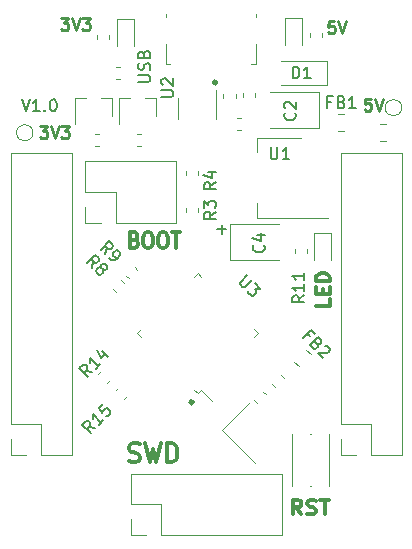
<source format=gbr>
G04 #@! TF.GenerationSoftware,KiCad,Pcbnew,(5.1.5)-3*
G04 #@! TF.CreationDate,2020-08-13T21:18:49+02:00*
G04 #@! TF.ProjectId,STM32 Dev.Board,53544d33-3220-4446-9576-2e426f617264,rev?*
G04 #@! TF.SameCoordinates,Original*
G04 #@! TF.FileFunction,Legend,Top*
G04 #@! TF.FilePolarity,Positive*
%FSLAX46Y46*%
G04 Gerber Fmt 4.6, Leading zero omitted, Abs format (unit mm)*
G04 Created by KiCad (PCBNEW (5.1.5)-3) date 2020-08-13 21:18:49*
%MOMM*%
%LPD*%
G04 APERTURE LIST*
%ADD10C,0.400000*%
%ADD11C,0.200000*%
%ADD12C,0.300000*%
%ADD13C,0.250000*%
%ADD14C,0.120000*%
G04 APERTURE END LIST*
D10*
X148263922Y-95808800D02*
G75*
G03X148263922Y-95808800I-80322J0D01*
G01*
D11*
X141692380Y-95749904D02*
X142501904Y-95749904D01*
X142597142Y-95702285D01*
X142644761Y-95654666D01*
X142692380Y-95559428D01*
X142692380Y-95368952D01*
X142644761Y-95273714D01*
X142597142Y-95226095D01*
X142501904Y-95178476D01*
X141692380Y-95178476D01*
X142644761Y-94749904D02*
X142692380Y-94607047D01*
X142692380Y-94368952D01*
X142644761Y-94273714D01*
X142597142Y-94226095D01*
X142501904Y-94178476D01*
X142406666Y-94178476D01*
X142311428Y-94226095D01*
X142263809Y-94273714D01*
X142216190Y-94368952D01*
X142168571Y-94559428D01*
X142120952Y-94654666D01*
X142073333Y-94702285D01*
X141978095Y-94749904D01*
X141882857Y-94749904D01*
X141787619Y-94702285D01*
X141740000Y-94654666D01*
X141692380Y-94559428D01*
X141692380Y-94321333D01*
X141740000Y-94178476D01*
X142168571Y-93416571D02*
X142216190Y-93273714D01*
X142263809Y-93226095D01*
X142359047Y-93178476D01*
X142501904Y-93178476D01*
X142597142Y-93226095D01*
X142644761Y-93273714D01*
X142692380Y-93368952D01*
X142692380Y-93749904D01*
X141692380Y-93749904D01*
X141692380Y-93416571D01*
X141740000Y-93321333D01*
X141787619Y-93273714D01*
X141882857Y-93226095D01*
X141978095Y-93226095D01*
X142073333Y-93273714D01*
X142120952Y-93321333D01*
X142168571Y-93416571D01*
X142168571Y-93749904D01*
X148386847Y-108224628D02*
X149148752Y-108224628D01*
X148767800Y-108605580D02*
X148767800Y-107843676D01*
D10*
X146282722Y-122885200D02*
G75*
G03X146282722Y-122885200I-80322J0D01*
G01*
D12*
X157921257Y-114131628D02*
X157921257Y-114703057D01*
X156721257Y-114703057D01*
X157292685Y-113731628D02*
X157292685Y-113331628D01*
X157921257Y-113160200D02*
X157921257Y-113731628D01*
X156721257Y-113731628D01*
X156721257Y-113160200D01*
X157921257Y-112645914D02*
X156721257Y-112645914D01*
X156721257Y-112360200D01*
X156778400Y-112188771D01*
X156892685Y-112074485D01*
X157006971Y-112017342D01*
X157235542Y-111960200D01*
X157406971Y-111960200D01*
X157635542Y-112017342D01*
X157749828Y-112074485D01*
X157864114Y-112188771D01*
X157921257Y-112360200D01*
X157921257Y-112645914D01*
D13*
X133381904Y-99528380D02*
X134000952Y-99528380D01*
X133667619Y-99909333D01*
X133810476Y-99909333D01*
X133905714Y-99956952D01*
X133953333Y-100004571D01*
X134000952Y-100099809D01*
X134000952Y-100337904D01*
X133953333Y-100433142D01*
X133905714Y-100480761D01*
X133810476Y-100528380D01*
X133524761Y-100528380D01*
X133429523Y-100480761D01*
X133381904Y-100433142D01*
X134286666Y-99528380D02*
X134620000Y-100528380D01*
X134953333Y-99528380D01*
X135191428Y-99528380D02*
X135810476Y-99528380D01*
X135477142Y-99909333D01*
X135620000Y-99909333D01*
X135715238Y-99956952D01*
X135762857Y-100004571D01*
X135810476Y-100099809D01*
X135810476Y-100337904D01*
X135762857Y-100433142D01*
X135715238Y-100480761D01*
X135620000Y-100528380D01*
X135334285Y-100528380D01*
X135239047Y-100480761D01*
X135191428Y-100433142D01*
X161378923Y-97191580D02*
X160902733Y-97191580D01*
X160855114Y-97667771D01*
X160902733Y-97620152D01*
X160997971Y-97572533D01*
X161236066Y-97572533D01*
X161331304Y-97620152D01*
X161378923Y-97667771D01*
X161426542Y-97763009D01*
X161426542Y-98001104D01*
X161378923Y-98096342D01*
X161331304Y-98143961D01*
X161236066Y-98191580D01*
X160997971Y-98191580D01*
X160902733Y-98143961D01*
X160855114Y-98096342D01*
X161712257Y-97191580D02*
X162045590Y-98191580D01*
X162378923Y-97191580D01*
X158305523Y-90638380D02*
X157829333Y-90638380D01*
X157781714Y-91114571D01*
X157829333Y-91066952D01*
X157924571Y-91019333D01*
X158162666Y-91019333D01*
X158257904Y-91066952D01*
X158305523Y-91114571D01*
X158353142Y-91209809D01*
X158353142Y-91447904D01*
X158305523Y-91543142D01*
X158257904Y-91590761D01*
X158162666Y-91638380D01*
X157924571Y-91638380D01*
X157829333Y-91590761D01*
X157781714Y-91543142D01*
X158638857Y-90638380D02*
X158972190Y-91638380D01*
X159305523Y-90638380D01*
X135159904Y-90384380D02*
X135778952Y-90384380D01*
X135445619Y-90765333D01*
X135588476Y-90765333D01*
X135683714Y-90812952D01*
X135731333Y-90860571D01*
X135778952Y-90955809D01*
X135778952Y-91193904D01*
X135731333Y-91289142D01*
X135683714Y-91336761D01*
X135588476Y-91384380D01*
X135302761Y-91384380D01*
X135207523Y-91336761D01*
X135159904Y-91289142D01*
X136064666Y-90384380D02*
X136398000Y-91384380D01*
X136731333Y-90384380D01*
X136969428Y-90384380D02*
X137588476Y-90384380D01*
X137255142Y-90765333D01*
X137398000Y-90765333D01*
X137493238Y-90812952D01*
X137540857Y-90860571D01*
X137588476Y-90955809D01*
X137588476Y-91193904D01*
X137540857Y-91289142D01*
X137493238Y-91336761D01*
X137398000Y-91384380D01*
X137112285Y-91384380D01*
X137017047Y-91336761D01*
X136969428Y-91289142D01*
D12*
X141373428Y-109127142D02*
X141544857Y-109189047D01*
X141602000Y-109250952D01*
X141659142Y-109374761D01*
X141659142Y-109560476D01*
X141602000Y-109684285D01*
X141544857Y-109746190D01*
X141430571Y-109808095D01*
X140973428Y-109808095D01*
X140973428Y-108508095D01*
X141373428Y-108508095D01*
X141487714Y-108570000D01*
X141544857Y-108631904D01*
X141602000Y-108755714D01*
X141602000Y-108879523D01*
X141544857Y-109003333D01*
X141487714Y-109065238D01*
X141373428Y-109127142D01*
X140973428Y-109127142D01*
X142402000Y-108508095D02*
X142630571Y-108508095D01*
X142744857Y-108570000D01*
X142859142Y-108693809D01*
X142916285Y-108941428D01*
X142916285Y-109374761D01*
X142859142Y-109622380D01*
X142744857Y-109746190D01*
X142630571Y-109808095D01*
X142402000Y-109808095D01*
X142287714Y-109746190D01*
X142173428Y-109622380D01*
X142116285Y-109374761D01*
X142116285Y-108941428D01*
X142173428Y-108693809D01*
X142287714Y-108570000D01*
X142402000Y-108508095D01*
X143659142Y-108508095D02*
X143887714Y-108508095D01*
X144002000Y-108570000D01*
X144116285Y-108693809D01*
X144173428Y-108941428D01*
X144173428Y-109374761D01*
X144116285Y-109622380D01*
X144002000Y-109746190D01*
X143887714Y-109808095D01*
X143659142Y-109808095D01*
X143544857Y-109746190D01*
X143430571Y-109622380D01*
X143373428Y-109374761D01*
X143373428Y-108941428D01*
X143430571Y-108693809D01*
X143544857Y-108570000D01*
X143659142Y-108508095D01*
X144516285Y-108508095D02*
X145202000Y-108508095D01*
X144859142Y-109808095D02*
X144859142Y-108508095D01*
X155498095Y-132368857D02*
X155064761Y-131797428D01*
X154755238Y-132368857D02*
X154755238Y-131168857D01*
X155250476Y-131168857D01*
X155374285Y-131226000D01*
X155436190Y-131283142D01*
X155498095Y-131397428D01*
X155498095Y-131568857D01*
X155436190Y-131683142D01*
X155374285Y-131740285D01*
X155250476Y-131797428D01*
X154755238Y-131797428D01*
X155993333Y-132311714D02*
X156179047Y-132368857D01*
X156488571Y-132368857D01*
X156612380Y-132311714D01*
X156674285Y-132254571D01*
X156736190Y-132140285D01*
X156736190Y-132026000D01*
X156674285Y-131911714D01*
X156612380Y-131854571D01*
X156488571Y-131797428D01*
X156240952Y-131740285D01*
X156117142Y-131683142D01*
X156055238Y-131626000D01*
X155993333Y-131511714D01*
X155993333Y-131397428D01*
X156055238Y-131283142D01*
X156117142Y-131226000D01*
X156240952Y-131168857D01*
X156550476Y-131168857D01*
X156736190Y-131226000D01*
X157107619Y-131168857D02*
X157850476Y-131168857D01*
X157479047Y-132368857D02*
X157479047Y-131168857D01*
X140940885Y-127901619D02*
X141155171Y-127977809D01*
X141512314Y-127977809D01*
X141655171Y-127901619D01*
X141726600Y-127825428D01*
X141798028Y-127673047D01*
X141798028Y-127520666D01*
X141726600Y-127368285D01*
X141655171Y-127292095D01*
X141512314Y-127215904D01*
X141226600Y-127139714D01*
X141083742Y-127063523D01*
X141012314Y-126987333D01*
X140940885Y-126834952D01*
X140940885Y-126682571D01*
X141012314Y-126530190D01*
X141083742Y-126454000D01*
X141226600Y-126377809D01*
X141583742Y-126377809D01*
X141798028Y-126454000D01*
X142298028Y-126377809D02*
X142655171Y-127977809D01*
X142940885Y-126834952D01*
X143226600Y-127977809D01*
X143583742Y-126377809D01*
X144155171Y-127977809D02*
X144155171Y-126377809D01*
X144512314Y-126377809D01*
X144726600Y-126454000D01*
X144869457Y-126606380D01*
X144940885Y-126758761D01*
X145012314Y-127063523D01*
X145012314Y-127292095D01*
X144940885Y-127596857D01*
X144869457Y-127749238D01*
X144726600Y-127901619D01*
X144512314Y-127977809D01*
X144155171Y-127977809D01*
D11*
X131826190Y-97242380D02*
X132159523Y-98242380D01*
X132492857Y-97242380D01*
X133350000Y-98242380D02*
X132778571Y-98242380D01*
X133064285Y-98242380D02*
X133064285Y-97242380D01*
X132969047Y-97385238D01*
X132873809Y-97480476D01*
X132778571Y-97528095D01*
X133778571Y-98147142D02*
X133826190Y-98194761D01*
X133778571Y-98242380D01*
X133730952Y-98194761D01*
X133778571Y-98147142D01*
X133778571Y-98242380D01*
X134445238Y-97242380D02*
X134540476Y-97242380D01*
X134635714Y-97290000D01*
X134683333Y-97337619D01*
X134730952Y-97432857D01*
X134778571Y-97623333D01*
X134778571Y-97861428D01*
X134730952Y-98051904D01*
X134683333Y-98147142D01*
X134635714Y-98194761D01*
X134540476Y-98242380D01*
X134445238Y-98242380D01*
X134350000Y-98194761D01*
X134302380Y-98147142D01*
X134254761Y-98051904D01*
X134207142Y-97861428D01*
X134207142Y-97623333D01*
X134254761Y-97432857D01*
X134302380Y-97337619D01*
X134350000Y-97290000D01*
X134445238Y-97242380D01*
D14*
X132780000Y-100076000D02*
G75*
G03X132780000Y-100076000I-700000J0D01*
G01*
X163996600Y-97942400D02*
G75*
G03X163996600Y-97942400I-700000J0D01*
G01*
X146763200Y-103642379D02*
X146763200Y-103316821D01*
X145743200Y-103642379D02*
X145743200Y-103316821D01*
X147028598Y-121830313D02*
X147940766Y-122742481D01*
X146710400Y-122148511D02*
X147028598Y-121830313D01*
X146392202Y-121830313D02*
X146710400Y-122148511D01*
X141605089Y-117043200D02*
X141923287Y-116725002D01*
X141923287Y-117361398D02*
X141605089Y-117043200D01*
X151815711Y-117043200D02*
X151497513Y-117361398D01*
X151497513Y-116725002D02*
X151815711Y-117043200D01*
X146710400Y-111937889D02*
X146392202Y-112256087D01*
X147028598Y-112256087D02*
X146710400Y-111937889D01*
X141615907Y-111674498D02*
X141385702Y-111444293D01*
X140894658Y-112395747D02*
X140664453Y-112165542D01*
X139502000Y-97157000D02*
X139502000Y-98617000D01*
X136342000Y-97157000D02*
X136342000Y-99317000D01*
X136342000Y-97157000D02*
X137272000Y-97157000D01*
X139502000Y-97157000D02*
X138572000Y-97157000D01*
X148777660Y-125228513D02*
X151606087Y-128056940D01*
X151111113Y-122895060D02*
X148777660Y-125228513D01*
X157019000Y-96661000D02*
X152809000Y-96661000D01*
X157019000Y-99681000D02*
X157019000Y-96661000D01*
X152809000Y-99681000D02*
X157019000Y-99681000D01*
X153041873Y-121327322D02*
X153272078Y-121557527D01*
X153763122Y-120606073D02*
X153993327Y-120836278D01*
X156336200Y-129962000D02*
X156236200Y-129962000D01*
X154736200Y-125562000D02*
X154736200Y-129962000D01*
X157836200Y-129962000D02*
X157836200Y-125562000D01*
X156336200Y-125562000D02*
X156236200Y-125562000D01*
X151517873Y-122724322D02*
X151748078Y-122954527D01*
X152239122Y-122003073D02*
X152469327Y-122233278D01*
X139031122Y-121227327D02*
X139261327Y-120997122D01*
X138309873Y-120506078D02*
X138540078Y-120275873D01*
X154915512Y-119445204D02*
X155281196Y-119810888D01*
X155919604Y-118441112D02*
X156285288Y-118806796D01*
X151638000Y-89983000D02*
X151638000Y-90243000D01*
X151638000Y-92523000D02*
X151638000Y-94293000D01*
X151638000Y-94293000D02*
X151258000Y-94293000D01*
X144018000Y-94293000D02*
X144018000Y-92523000D01*
X144018000Y-90243000D02*
X144018000Y-89983000D01*
X144018000Y-94293000D02*
X144398000Y-94293000D01*
X148295000Y-98944000D02*
X148295000Y-96494000D01*
X145075000Y-97144000D02*
X145075000Y-98944000D01*
X157745000Y-107296000D02*
X151735000Y-107296000D01*
X155495000Y-100476000D02*
X151735000Y-100476000D01*
X151735000Y-107296000D02*
X151735000Y-106036000D01*
X151735000Y-100476000D02*
X151735000Y-101736000D01*
X140504322Y-122598927D02*
X140734527Y-122368722D01*
X139783073Y-121877678D02*
X140013278Y-121647473D01*
X157228000Y-91983779D02*
X157228000Y-91658221D01*
X156208000Y-91983779D02*
X156208000Y-91658221D01*
X139194000Y-92110779D02*
X139194000Y-91785221D01*
X138174000Y-92110779D02*
X138174000Y-91785221D01*
X156008800Y-110220979D02*
X156008800Y-109895421D01*
X154988800Y-110220979D02*
X154988800Y-109895421D01*
X150403779Y-98804000D02*
X150078221Y-98804000D01*
X150403779Y-99824000D02*
X150078221Y-99824000D01*
X140498307Y-112792098D02*
X140268102Y-112561893D01*
X139777058Y-113513347D02*
X139546853Y-113283142D01*
X148905500Y-96763721D02*
X148905500Y-97089279D01*
X149925500Y-96763721D02*
X149925500Y-97089279D01*
X141569221Y-101221000D02*
X141894779Y-101221000D01*
X141569221Y-100201000D02*
X141894779Y-100201000D01*
X138013221Y-101221000D02*
X138338779Y-101221000D01*
X138013221Y-100201000D02*
X138338779Y-100201000D01*
X145743200Y-106466421D02*
X145743200Y-106791979D01*
X146763200Y-106466421D02*
X146763200Y-106791979D01*
X140116779Y-94486000D02*
X139791221Y-94486000D01*
X140116779Y-95506000D02*
X139791221Y-95506000D01*
X143185000Y-97157000D02*
X143185000Y-98617000D01*
X140025000Y-97157000D02*
X140025000Y-99317000D01*
X140025000Y-97157000D02*
X140955000Y-97157000D01*
X143185000Y-97157000D02*
X142255000Y-97157000D01*
X132207000Y-127314000D02*
X130877000Y-127314000D01*
X130877000Y-127314000D02*
X130877000Y-125984000D01*
X133477000Y-127314000D02*
X133477000Y-124714000D01*
X133477000Y-124714000D02*
X130877000Y-124714000D01*
X130877000Y-124714000D02*
X130877000Y-101794000D01*
X136077000Y-101794000D02*
X130877000Y-101794000D01*
X136077000Y-127314000D02*
X136077000Y-101794000D01*
X136077000Y-127314000D02*
X133477000Y-127314000D01*
X160147000Y-127314000D02*
X158817000Y-127314000D01*
X158817000Y-127314000D02*
X158817000Y-125984000D01*
X161417000Y-127314000D02*
X161417000Y-124714000D01*
X161417000Y-124714000D02*
X158817000Y-124714000D01*
X158817000Y-124714000D02*
X158817000Y-101794000D01*
X164017000Y-101794000D02*
X158817000Y-101794000D01*
X164017000Y-127314000D02*
X164017000Y-101794000D01*
X164017000Y-127314000D02*
X161417000Y-127314000D01*
X141037000Y-134146600D02*
X141037000Y-132816600D01*
X142367000Y-134146600D02*
X141037000Y-134146600D01*
X141037000Y-131546600D02*
X141037000Y-128946600D01*
X143637000Y-131546600D02*
X141037000Y-131546600D01*
X143637000Y-134146600D02*
X143637000Y-131546600D01*
X141037000Y-128946600D02*
X153857000Y-128946600D01*
X143637000Y-134146600D02*
X153857000Y-134146600D01*
X153857000Y-134146600D02*
X153857000Y-128946600D01*
X137176200Y-107705200D02*
X137176200Y-106375200D01*
X138506200Y-107705200D02*
X137176200Y-107705200D01*
X137176200Y-105105200D02*
X137176200Y-102505200D01*
X139776200Y-105105200D02*
X137176200Y-105105200D01*
X139776200Y-107705200D02*
X139776200Y-105105200D01*
X137176200Y-102505200D02*
X144916200Y-102505200D01*
X139776200Y-107705200D02*
X144916200Y-107705200D01*
X144916200Y-107705200D02*
X144916200Y-102505200D01*
X158618422Y-99897000D02*
X159135578Y-99897000D01*
X158618422Y-98477000D02*
X159135578Y-98477000D01*
X162691578Y-99366000D02*
X162174422Y-99366000D01*
X162691578Y-100786000D02*
X162174422Y-100786000D01*
X154078000Y-90336000D02*
X154078000Y-92621000D01*
X155548000Y-90336000D02*
X154078000Y-90336000D01*
X155548000Y-92621000D02*
X155548000Y-90336000D01*
X139854000Y-90463000D02*
X139854000Y-92748000D01*
X141324000Y-90463000D02*
X139854000Y-90463000D01*
X141324000Y-92748000D02*
X141324000Y-90463000D01*
X156541800Y-108573200D02*
X156541800Y-110858200D01*
X158011800Y-108573200D02*
X156541800Y-108573200D01*
X158011800Y-110858200D02*
X158011800Y-108573200D01*
X157698000Y-95996000D02*
X153798000Y-95996000D01*
X157698000Y-93996000D02*
X153798000Y-93996000D01*
X157698000Y-95996000D02*
X157698000Y-93996000D01*
X150556500Y-96738221D02*
X150556500Y-97063779D01*
X151576500Y-96738221D02*
X151576500Y-97063779D01*
X149432000Y-110857000D02*
X153642000Y-110857000D01*
X149432000Y-107837000D02*
X149432000Y-110857000D01*
X153642000Y-107837000D02*
X149432000Y-107837000D01*
D11*
X148254980Y-104281266D02*
X147778790Y-104614600D01*
X148254980Y-104852695D02*
X147254980Y-104852695D01*
X147254980Y-104471742D01*
X147302600Y-104376504D01*
X147350219Y-104328885D01*
X147445457Y-104281266D01*
X147588314Y-104281266D01*
X147683552Y-104328885D01*
X147731171Y-104376504D01*
X147778790Y-104471742D01*
X147778790Y-104852695D01*
X147588314Y-103424123D02*
X148254980Y-103424123D01*
X147207361Y-103662219D02*
X147921647Y-103900314D01*
X147921647Y-103281266D01*
X150927677Y-112154826D02*
X150355257Y-112727246D01*
X150321585Y-112828261D01*
X150321585Y-112895605D01*
X150355257Y-112996620D01*
X150489944Y-113131307D01*
X150590959Y-113164979D01*
X150658303Y-113164979D01*
X150759318Y-113131307D01*
X151331738Y-112558887D01*
X151601112Y-112828261D02*
X152038844Y-113265994D01*
X151533768Y-113299666D01*
X151634783Y-113400681D01*
X151668455Y-113501696D01*
X151668455Y-113569040D01*
X151634783Y-113670055D01*
X151466425Y-113838414D01*
X151365409Y-113872086D01*
X151298066Y-113872086D01*
X151197051Y-113838414D01*
X150995020Y-113636383D01*
X150961348Y-113535368D01*
X150961348Y-113468025D01*
X138906667Y-110361830D02*
X139007682Y-109789410D01*
X138502606Y-109957769D02*
X139209712Y-109250662D01*
X139479087Y-109520036D01*
X139512758Y-109621051D01*
X139512758Y-109688395D01*
X139479087Y-109789410D01*
X139378071Y-109890425D01*
X139277056Y-109924097D01*
X139209712Y-109924097D01*
X139108697Y-109890425D01*
X138839323Y-109621051D01*
X139243384Y-110698548D02*
X139378071Y-110833235D01*
X139479087Y-110866906D01*
X139546430Y-110866906D01*
X139714789Y-110833235D01*
X139883148Y-110732219D01*
X140152522Y-110462845D01*
X140186193Y-110361830D01*
X140186193Y-110294487D01*
X140152522Y-110193471D01*
X140017835Y-110058784D01*
X139916819Y-110025112D01*
X139849476Y-110025112D01*
X139748461Y-110058784D01*
X139580102Y-110227143D01*
X139546430Y-110328158D01*
X139546430Y-110395502D01*
X139580102Y-110496517D01*
X139714789Y-110631204D01*
X139815804Y-110664876D01*
X139883148Y-110664876D01*
X139984163Y-110631204D01*
X154941542Y-98388466D02*
X154989161Y-98436085D01*
X155036780Y-98578942D01*
X155036780Y-98674180D01*
X154989161Y-98817038D01*
X154893923Y-98912276D01*
X154798685Y-98959895D01*
X154608209Y-99007514D01*
X154465352Y-99007514D01*
X154274876Y-98959895D01*
X154179638Y-98912276D01*
X154084400Y-98817038D01*
X154036780Y-98674180D01*
X154036780Y-98578942D01*
X154084400Y-98436085D01*
X154132019Y-98388466D01*
X154132019Y-98007514D02*
X154084400Y-97959895D01*
X154036780Y-97864657D01*
X154036780Y-97626561D01*
X154084400Y-97531323D01*
X154132019Y-97483704D01*
X154227257Y-97436085D01*
X154322495Y-97436085D01*
X154465352Y-97483704D01*
X155036780Y-98055133D01*
X155036780Y-97436085D01*
X137812712Y-120332250D02*
X137240293Y-120231235D01*
X137408651Y-120736311D02*
X136701545Y-120029204D01*
X136970919Y-119759830D01*
X137071934Y-119726158D01*
X137139277Y-119726158D01*
X137240293Y-119759830D01*
X137341308Y-119860845D01*
X137374980Y-119961861D01*
X137374980Y-120029204D01*
X137341308Y-120130219D01*
X137071934Y-120399593D01*
X138486148Y-119658815D02*
X138082087Y-120062876D01*
X138284117Y-119860845D02*
X137577010Y-119153738D01*
X137610682Y-119322097D01*
X137610682Y-119456784D01*
X137577010Y-119557800D01*
X138620835Y-118581319D02*
X139092239Y-119052723D01*
X138183102Y-118480303D02*
X138519819Y-119153738D01*
X138957552Y-118716006D01*
X156228377Y-117319510D02*
X155992675Y-117083808D01*
X155622286Y-117454197D02*
X156329393Y-116747090D01*
X156666110Y-117083808D01*
X156834469Y-117925602D02*
X156901813Y-118060289D01*
X156901813Y-118127632D01*
X156868141Y-118228648D01*
X156767126Y-118329663D01*
X156666110Y-118363335D01*
X156598767Y-118363335D01*
X156497751Y-118329663D01*
X156228377Y-118060289D01*
X156935484Y-117353182D01*
X157171187Y-117588884D01*
X157204858Y-117689899D01*
X157204858Y-117757243D01*
X157171187Y-117858258D01*
X157103843Y-117925602D01*
X157002828Y-117959273D01*
X156935484Y-117959274D01*
X156834469Y-117925602D01*
X156598767Y-117689899D01*
X157541576Y-118093961D02*
X157608919Y-118093961D01*
X157709935Y-118127632D01*
X157878293Y-118295991D01*
X157911965Y-118397006D01*
X157911965Y-118464350D01*
X157878293Y-118565365D01*
X157810950Y-118632709D01*
X157676263Y-118700052D01*
X156868141Y-118700052D01*
X157305874Y-119137785D01*
X143648180Y-97027904D02*
X144457704Y-97027904D01*
X144552942Y-96980285D01*
X144600561Y-96932666D01*
X144648180Y-96837428D01*
X144648180Y-96646952D01*
X144600561Y-96551714D01*
X144552942Y-96504095D01*
X144457704Y-96456476D01*
X143648180Y-96456476D01*
X143743419Y-96027904D02*
X143695800Y-95980285D01*
X143648180Y-95885047D01*
X143648180Y-95646952D01*
X143695800Y-95551714D01*
X143743419Y-95504095D01*
X143838657Y-95456476D01*
X143933895Y-95456476D01*
X144076752Y-95504095D01*
X144648180Y-96075523D01*
X144648180Y-95456476D01*
X152908095Y-101306380D02*
X152908095Y-102115904D01*
X152955714Y-102211142D01*
X153003333Y-102258761D01*
X153098571Y-102306380D01*
X153289047Y-102306380D01*
X153384285Y-102258761D01*
X153431904Y-102211142D01*
X153479523Y-102115904D01*
X153479523Y-101306380D01*
X154479523Y-102306380D02*
X153908095Y-102306380D01*
X154193809Y-102306380D02*
X154193809Y-101306380D01*
X154098571Y-101449238D01*
X154003333Y-101544476D01*
X153908095Y-101592095D01*
X138066712Y-125082051D02*
X137494293Y-124981036D01*
X137662651Y-125486112D02*
X136955545Y-124779005D01*
X137224919Y-124509631D01*
X137325934Y-124475959D01*
X137393277Y-124475959D01*
X137494293Y-124509631D01*
X137595308Y-124610646D01*
X137628980Y-124711662D01*
X137628980Y-124779005D01*
X137595308Y-124880020D01*
X137325934Y-125149394D01*
X138740148Y-124408616D02*
X138336087Y-124812677D01*
X138538117Y-124610646D02*
X137831010Y-123903539D01*
X137864682Y-124071898D01*
X137864682Y-124206585D01*
X137831010Y-124307601D01*
X138672804Y-123061746D02*
X138336087Y-123398463D01*
X138639132Y-123768852D01*
X138639132Y-123701509D01*
X138672804Y-123600494D01*
X138841163Y-123432135D01*
X138942178Y-123398463D01*
X139009522Y-123398463D01*
X139110537Y-123432135D01*
X139278896Y-123600494D01*
X139312567Y-123701509D01*
X139312567Y-123768852D01*
X139278896Y-123869868D01*
X139110537Y-124038226D01*
X139009522Y-124071898D01*
X138942178Y-124071898D01*
X155747980Y-113850657D02*
X155271790Y-114183990D01*
X155747980Y-114422085D02*
X154747980Y-114422085D01*
X154747980Y-114041133D01*
X154795600Y-113945895D01*
X154843219Y-113898276D01*
X154938457Y-113850657D01*
X155081314Y-113850657D01*
X155176552Y-113898276D01*
X155224171Y-113945895D01*
X155271790Y-114041133D01*
X155271790Y-114422085D01*
X155747980Y-112898276D02*
X155747980Y-113469704D01*
X155747980Y-113183990D02*
X154747980Y-113183990D01*
X154890838Y-113279228D01*
X154986076Y-113374466D01*
X155033695Y-113469704D01*
X155747980Y-111945895D02*
X155747980Y-112517323D01*
X155747980Y-112231609D02*
X154747980Y-112231609D01*
X154890838Y-112326847D01*
X154986076Y-112422085D01*
X155033695Y-112517323D01*
X137763667Y-111504830D02*
X137864682Y-110932410D01*
X137359606Y-111100769D02*
X138066712Y-110393662D01*
X138336087Y-110663036D01*
X138369758Y-110764051D01*
X138369758Y-110831395D01*
X138336087Y-110932410D01*
X138235071Y-111033425D01*
X138134056Y-111067097D01*
X138066712Y-111067097D01*
X137965697Y-111033425D01*
X137696323Y-110764051D01*
X138571789Y-111504830D02*
X138538117Y-111403815D01*
X138538117Y-111336471D01*
X138571789Y-111235456D01*
X138605461Y-111201784D01*
X138706476Y-111168112D01*
X138773819Y-111168112D01*
X138874835Y-111201784D01*
X139009522Y-111336471D01*
X139043193Y-111437487D01*
X139043193Y-111504830D01*
X139009522Y-111605845D01*
X138975850Y-111639517D01*
X138874835Y-111673189D01*
X138807491Y-111673189D01*
X138706476Y-111639517D01*
X138571789Y-111504830D01*
X138470774Y-111471158D01*
X138403430Y-111471158D01*
X138302415Y-111504830D01*
X138167728Y-111639517D01*
X138134056Y-111740532D01*
X138134056Y-111807876D01*
X138167728Y-111908891D01*
X138302415Y-112043578D01*
X138403430Y-112077250D01*
X138470774Y-112077250D01*
X138571789Y-112043578D01*
X138706476Y-111908891D01*
X138740148Y-111807876D01*
X138740148Y-111740532D01*
X138706476Y-111639517D01*
X148254980Y-106770466D02*
X147778790Y-107103800D01*
X148254980Y-107341895D02*
X147254980Y-107341895D01*
X147254980Y-106960942D01*
X147302600Y-106865704D01*
X147350219Y-106818085D01*
X147445457Y-106770466D01*
X147588314Y-106770466D01*
X147683552Y-106818085D01*
X147731171Y-106865704D01*
X147778790Y-106960942D01*
X147778790Y-107341895D01*
X147254980Y-106437133D02*
X147254980Y-105818085D01*
X147635933Y-106151419D01*
X147635933Y-106008561D01*
X147683552Y-105913323D01*
X147731171Y-105865704D01*
X147826409Y-105818085D01*
X148064504Y-105818085D01*
X148159742Y-105865704D01*
X148207361Y-105913323D01*
X148254980Y-106008561D01*
X148254980Y-106294276D01*
X148207361Y-106389514D01*
X148159742Y-106437133D01*
X158043666Y-97465571D02*
X157710333Y-97465571D01*
X157710333Y-97989380D02*
X157710333Y-96989380D01*
X158186523Y-96989380D01*
X158900809Y-97465571D02*
X159043666Y-97513190D01*
X159091285Y-97560809D01*
X159138904Y-97656047D01*
X159138904Y-97798904D01*
X159091285Y-97894142D01*
X159043666Y-97941761D01*
X158948428Y-97989380D01*
X158567476Y-97989380D01*
X158567476Y-96989380D01*
X158900809Y-96989380D01*
X158996047Y-97037000D01*
X159043666Y-97084619D01*
X159091285Y-97179857D01*
X159091285Y-97275095D01*
X159043666Y-97370333D01*
X158996047Y-97417952D01*
X158900809Y-97465571D01*
X158567476Y-97465571D01*
X160091285Y-97989380D02*
X159519857Y-97989380D01*
X159805571Y-97989380D02*
X159805571Y-96989380D01*
X159710333Y-97132238D01*
X159615095Y-97227476D01*
X159519857Y-97275095D01*
X154760704Y-95473780D02*
X154760704Y-94473780D01*
X154998800Y-94473780D01*
X155141657Y-94521400D01*
X155236895Y-94616638D01*
X155284514Y-94711876D01*
X155332133Y-94902352D01*
X155332133Y-95045209D01*
X155284514Y-95235685D01*
X155236895Y-95330923D01*
X155141657Y-95426161D01*
X154998800Y-95473780D01*
X154760704Y-95473780D01*
X156284514Y-95473780D02*
X155713085Y-95473780D01*
X155998800Y-95473780D02*
X155998800Y-94473780D01*
X155903561Y-94616638D01*
X155808323Y-94711876D01*
X155713085Y-94759495D01*
X152299942Y-109589866D02*
X152347561Y-109637485D01*
X152395180Y-109780342D01*
X152395180Y-109875580D01*
X152347561Y-110018438D01*
X152252323Y-110113676D01*
X152157085Y-110161295D01*
X151966609Y-110208914D01*
X151823752Y-110208914D01*
X151633276Y-110161295D01*
X151538038Y-110113676D01*
X151442800Y-110018438D01*
X151395180Y-109875580D01*
X151395180Y-109780342D01*
X151442800Y-109637485D01*
X151490419Y-109589866D01*
X151728514Y-108732723D02*
X152395180Y-108732723D01*
X151347561Y-108970819D02*
X152061847Y-109208914D01*
X152061847Y-108589866D01*
M02*

</source>
